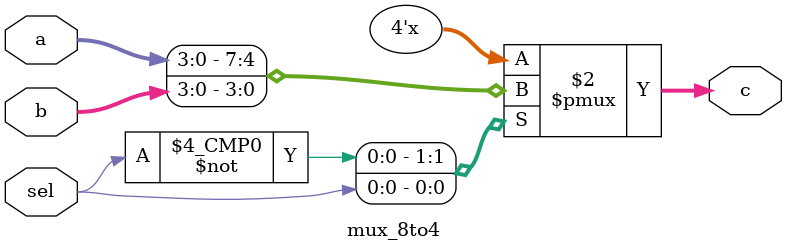
<source format=sv>
/* TODO
    *
    * Insert code here to implement a CSA adder.
    * Your code should be completly combinational (don't use always_ff or always_latch).
    * Feel free to create sub-modules or other files. 
*/

module select_adder (
	input  logic  [15:0] a, 
    input  logic  [15:0] b,
	input  logic         cin,
	
	output logic  [15:0] s,
	output logic         cout
);

    logic        c3;
    logic        c7;
    logic        c7_0;
    logic        c7_1;
    logic        c11;
    logic        c11_0;
    logic        c11_1;
    logic        c15;
    logic        c15_0;
    logic        c15_1;
    logic  [3:0] s_7to4_0;
    logic  [3:0] s_7to4_1;
    logic  [3:0] s_11to8_0;
    logic  [3:0] s_11to8_1;
    logic  [3:0] s_15to12_0;
    logic  [3:0] s_15to12_1;
    
    assign c7 = c7_0 | (c7_1 & c3);
    assign c11 = c11_0 | (c11_1 & c7);
    assign c15 = c15_0 | (c15_1 & c11);
    assign cout = c15;
    

    ripple_adder_4   ra_3to0(.a(a[3:0]), .b(b[3:0]), .cin(cin), .s(s[3:0]), .cout(c3));
    
    ripple_adder_4 ra_7to4_0(.a(a[7:4]), .b(b[7:4]), .cin(1'b0), .s(s_7to4_0[3:0]), .cout(c7_0));
    ripple_adder_4 ra_7to4_1(.a(a[7:4]), .b(b[7:4]), .cin(1'b1), .s(s_7to4_1[3:0]), .cout(c7_1));
    mux_8to4        mux_7to4(.a(s_7to4_0), .b(s_7to4_1), .sel(c3), .c(s[7:4]));
    
    ripple_adder_4 ra_11to8_0(.a(a[11:8]), .b(b[11:8]), .cin(1'b0), .s(s_11to8_0[3:0]), .cout(c11_0));
    ripple_adder_4 ra_11to8_1(.a(a[11:8]), .b(b[11:8]), .cin(1'b1), .s(s_11to8_1[3:0]), .cout(c11_1));
    mux_8to4        mux_11to8(.a(s_11to8_0), .b(s_11to8_1), .sel(c7), .c(s[11:8]));
    
    ripple_adder_4 ra_15to12_0(.a(a[15:12]), .b(b[15:12]), .cin(1'b0), .s(s_15to12_0[3:0]), .cout(c15_0));
    ripple_adder_4 ra_15to12_1(.a(a[15:12]), .b(b[15:12]), .cin(1'b1), .s(s_15to12_1[3:0]), .cout(c15_1));
    mux_8to4        mux_15to12(.a(s_15to12_0), .b(s_15to12_1), .sel(c11), .c(s[15:12]));


endmodule



//8:4 mux module, used to select between each 4-bit adder
//          sel
//           |
//          |\
//  a[3:0]--|0\
//          |  |-- c[3:0]
//  b[3:0]--|1/
//          |/
//
module mux_8to4 (
    input  logic [3:0] a,
    input  logic [3:0] b,
    input  logic       sel,
    output logic [3:0] c
);

always_comb
begin: case_process

case (sel)
 1'b0 : c = a;
 1'b1 : c = b;
 default : c = 4'b0;
 endcase
end

endmodule

</source>
